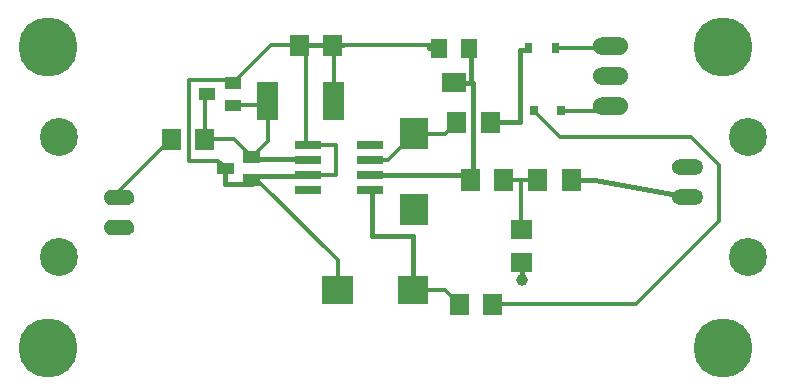
<source format=gbr>
G04 DipTrace 2.4.0.1*
%INTop.gbr*%
%MOIN*%
%ADD14C,0.01*%
%ADD15C,0.016*%
%ADD16C,0.013*%
%ADD22C,0.1969*%
%ADD24C,0.1266*%
%ADD25C,0.0396*%
%ADD27C,0.152*%
%FSLAX44Y44*%
G04*
G70*
G90*
G75*
G01*
%LNTop*%
%LPD*%
X14510Y11942D2*
D14*
X14347Y11962D1*
X11774Y11162D2*
X11757Y11122D1*
D15*
Y10632D1*
X12640D1*
Y10788D1*
X21657Y7460D2*
Y8023D1*
X21641D1*
X14239Y15267D2*
X15680D1*
D14*
X14440D1*
X14239D1*
X12640Y10632D2*
Y10788D1*
X14510Y10942D2*
D15*
X14277Y10912D1*
D14*
X14510Y10942D1*
X12640Y10788D2*
X12667Y10912D1*
D15*
X14277D1*
X12640Y10788D2*
D14*
Y10789D1*
X12667Y10842D1*
X18058Y9802D2*
X18070D1*
D15*
Y9759D1*
X14440Y15267D2*
D16*
Y12012D1*
X14510Y11942D1*
Y10942D2*
X14520Y10952D1*
X15464D1*
Y11942D1*
X14510D1*
X12011Y14011D2*
X13267Y15267D1*
X14239D1*
X11774Y11162D2*
X11531Y11405D1*
X10539D1*
Y14098D1*
X12011D1*
Y14011D1*
X12640Y10788D2*
X12805D1*
X15499Y8094D1*
Y7109D1*
X15326Y7086D2*
D15*
Y7109D1*
X15499D1*
X18019D2*
Y8924D1*
X16633D1*
Y10442D1*
D14*
X16570D1*
X18019Y7109D2*
D16*
X19082D1*
X19558Y6633D1*
X14510Y11442D2*
D14*
X14277Y11472D1*
X12640Y11536D2*
D15*
X12667Y11472D1*
D14*
X12640Y11536D1*
X14277Y11472D2*
D15*
X12667D1*
X12640Y11536D2*
D16*
X13169Y12065D1*
Y13401D1*
X13031Y13263D1*
X12011D1*
X11145Y13637D2*
X11072Y13564D1*
Y12129D1*
X12047D1*
X12640Y11536D1*
X18881Y15163D2*
D15*
X18538Y15182D1*
D14*
X18881Y15163D1*
D16*
X18777Y15267D1*
X15342D1*
X15373Y15235D1*
Y13401D1*
X22050Y13093D2*
X22923Y12220D1*
X27271D1*
X28228Y11263D1*
Y9416D1*
X25445Y6633D1*
X20678D1*
X16570Y10942D2*
D14*
X16551Y10982D1*
X19923Y10782D2*
X20027D1*
D15*
Y14021D1*
X19938D1*
Y15252D1*
X19885D1*
Y15163D1*
Y15252D2*
D14*
Y15163D1*
X19383Y14021D2*
D15*
X19938D1*
X19923Y10782D2*
Y10942D1*
D14*
Y10782D1*
X16570Y10942D2*
D15*
X19923D1*
X18058Y12322D2*
Y12312D1*
D14*
Y12322D1*
X16570Y11442D2*
D16*
X17178D1*
X18058Y12322D1*
X19086D1*
X19468Y12704D1*
X23299Y10782D2*
D15*
X24082D1*
X27176Y10208D1*
X20587Y12704D2*
X21584D1*
Y15112D1*
X21867D1*
Y15173D1*
Y15112D2*
D14*
Y15173D1*
X9952Y12129D2*
D16*
X8218Y10395D1*
Y10194D1*
X22773Y15173D2*
X24530D1*
X24602Y15245D1*
X22955Y13093D2*
X24450D1*
X24602Y13245D1*
X21043Y10782D2*
X21604D1*
X22179D1*
X21604D2*
Y9162D1*
X21641Y9125D1*
D25*
X18070Y9759D3*
X21657Y7460D3*
X15326Y7086D3*
D27*
X5857Y5169D3*
Y15212D3*
X28357D3*
G36*
X15027Y14913D2*
X15657D1*
Y15621D1*
X15027D1*
Y14913D1*
G37*
G36*
X13924D2*
X14554D1*
Y15621D1*
X13924D1*
Y14913D1*
G37*
G36*
X21995Y8810D2*
Y9440D1*
X21287D1*
Y8810D1*
X21995D1*
G37*
G36*
Y7708D2*
Y8338D1*
X21287D1*
Y7708D1*
X21995D1*
G37*
G36*
X17586Y12834D2*
Y11810D1*
X18531D1*
Y12834D1*
X17586D1*
G37*
G36*
Y10314D2*
Y9291D1*
X18531D1*
Y10314D1*
X17586D1*
G37*
G36*
X14987Y6637D2*
X16011D1*
Y7582D1*
X14987D1*
Y6637D1*
G37*
G36*
X17507D2*
X18531D1*
Y7582D1*
X17507D1*
Y6637D1*
G37*
G36*
X21991Y15336D2*
X21743D1*
Y15009D1*
X21991D1*
Y15336D1*
G37*
G36*
X22897D2*
X22649D1*
Y15009D1*
X22897D1*
Y15336D1*
G37*
G36*
X22831Y12930D2*
X23079D1*
Y13257D1*
X22831D1*
Y12930D1*
G37*
G36*
X21926D2*
X22174D1*
Y13257D1*
X21926D1*
Y12930D1*
G37*
D22*
X28354Y15212D3*
X5857D3*
Y5169D3*
X28357Y15220D3*
Y5169D3*
G36*
X11735Y13460D2*
Y13066D1*
X12287D1*
Y13460D1*
X11735D1*
G37*
G36*
Y14208D2*
Y13814D1*
X12287D1*
Y14208D1*
X11735D1*
G37*
G36*
X10869Y13834D2*
Y13440D1*
X11420D1*
Y13834D1*
X10869D1*
G37*
G36*
X12365Y10985D2*
Y10591D1*
X12916D1*
Y10985D1*
X12365D1*
G37*
G36*
Y11733D2*
Y11339D1*
X12916D1*
Y11733D1*
X12365D1*
G37*
G36*
X11498Y11359D2*
Y10965D1*
X12050D1*
Y11359D1*
X11498D1*
G37*
G36*
X13523Y14031D2*
X12814D1*
Y12771D1*
X13523D1*
Y14031D1*
G37*
G36*
X15728D2*
X15019D1*
Y12771D1*
X15728D1*
Y14031D1*
G37*
G36*
X10267Y12484D2*
X9637D1*
Y11774D1*
X10267D1*
Y12484D1*
G37*
G36*
X11387D2*
X10757D1*
Y11774D1*
X11387D1*
Y12484D1*
G37*
G36*
X20238Y11137D2*
X19608D1*
Y10427D1*
X20238D1*
Y11137D1*
G37*
G36*
X21358D2*
X20728D1*
Y10427D1*
X21358D1*
Y11137D1*
G37*
G36*
X22494D2*
X21864D1*
Y10427D1*
X22494D1*
Y11137D1*
G37*
G36*
X23614D2*
X22984D1*
Y10427D1*
X23614D1*
Y11137D1*
G37*
G36*
X19783Y13059D2*
X19153D1*
Y12349D1*
X19783D1*
Y13059D1*
G37*
G36*
X20902D2*
X20272D1*
Y12349D1*
X20902D1*
Y13059D1*
G37*
G36*
X19873Y6988D2*
X19243D1*
Y6278D1*
X19873D1*
Y6988D1*
G37*
G36*
X20993D2*
X20363D1*
Y6278D1*
X20993D1*
Y6988D1*
G37*
G36*
X19629Y14848D2*
X20141D1*
Y15478D1*
X19629D1*
Y14848D1*
G37*
G36*
X18989Y13706D2*
X19777D1*
Y14336D1*
X18989D1*
Y13706D1*
G37*
G36*
X18625Y14848D2*
X19137D1*
Y15478D1*
X18625D1*
Y14848D1*
G37*
D24*
X6218Y8194D3*
Y12194D3*
G36*
X7961Y8936D2*
X7873Y8952D1*
X7795Y8996D1*
X7738Y9065D1*
X7707Y9149D1*
Y9238D1*
X7737Y9322D1*
X7795Y9391D1*
X7872Y9436D1*
X7960Y9451D1*
X8475D1*
X8563Y9436D1*
X8641Y9391D1*
X8698Y9323D1*
X8729Y9239D1*
Y9149D1*
X8699Y9065D1*
X8641Y8997D1*
X8564Y8952D1*
X8476Y8936D1*
X7961D1*
G37*
G36*
Y9936D2*
X7873Y9952D1*
X7795Y9996D1*
X7738Y10065D1*
X7707Y10149D1*
Y10238D1*
X7737Y10322D1*
X7795Y10391D1*
X7872Y10436D1*
X7960Y10451D1*
X8475D1*
X8563Y10436D1*
X8641Y10391D1*
X8698Y10323D1*
X8729Y10239D1*
Y10149D1*
X8699Y10065D1*
X8641Y9997D1*
X8564Y9952D1*
X8476Y9936D1*
X7961D1*
G37*
G36*
X14945Y11822D2*
Y12062D1*
X14075D1*
Y11822D1*
X14945D1*
G37*
G36*
Y11322D2*
Y11562D1*
X14075D1*
Y11322D1*
X14945D1*
G37*
G36*
Y10822D2*
Y11062D1*
X14075D1*
Y10822D1*
X14945D1*
G37*
G36*
Y10322D2*
Y10562D1*
X14075D1*
Y10322D1*
X14945D1*
G37*
G36*
X17005D2*
Y10562D1*
X16135D1*
Y10322D1*
X17005D1*
G37*
G36*
Y10822D2*
Y11062D1*
X16135D1*
Y10822D1*
X17005D1*
G37*
G36*
Y11322D2*
Y11562D1*
X16135D1*
Y11322D1*
X17005D1*
G37*
G36*
Y11822D2*
Y12062D1*
X16135D1*
Y11822D1*
X17005D1*
G37*
D24*
X29176Y12208D3*
Y8208D3*
G36*
X27434Y11465D2*
X27522Y11450D1*
X27599Y11405D1*
X27657Y11337D1*
X27687Y11253D1*
Y11163D1*
X27657Y11079D1*
X27600Y11011D1*
X27522Y10966D1*
X27434Y10950D1*
X26919D1*
X26831Y10966D1*
X26754Y11010D1*
X26696Y11079D1*
X26665Y11163D1*
Y11252D1*
X26696Y11336D1*
X26753Y11405D1*
X26831Y11450D1*
X26919Y11465D1*
X27434D1*
G37*
G36*
Y10465D2*
X27522Y10450D1*
X27599Y10405D1*
X27657Y10337D1*
X27687Y10253D1*
Y10163D1*
X27657Y10079D1*
X27600Y10011D1*
X27522Y9966D1*
X27434Y9950D1*
X26919D1*
X26831Y9966D1*
X26754Y10010D1*
X26696Y10079D1*
X26665Y10163D1*
Y10252D1*
X26696Y10336D1*
X26753Y10405D1*
X26831Y10450D1*
X26919Y10465D1*
X27434D1*
G37*
G36*
X24898Y15541D2*
X25000Y15524D1*
X25089Y15472D1*
X25156Y15393D1*
X25191Y15296D1*
Y15193D1*
X25156Y15096D1*
X25090Y15017D1*
X25000Y14966D1*
X24899Y14948D1*
X24305D1*
X24204Y14966D1*
X24114Y15017D1*
X24048Y15096D1*
X24013Y15193D1*
Y15296D1*
X24048Y15393D1*
X24114Y15472D1*
X24203Y15523D1*
X24305Y15541D1*
X24898D1*
G37*
G36*
Y14541D2*
X25000Y14524D1*
X25089Y14472D1*
X25156Y14393D1*
X25191Y14296D1*
Y14193D1*
X25156Y14096D1*
X25090Y14017D1*
X25000Y13966D1*
X24899Y13948D1*
X24305D1*
X24204Y13966D1*
X24114Y14017D1*
X24048Y14096D1*
X24013Y14193D1*
Y14296D1*
X24048Y14393D1*
X24114Y14472D1*
X24203Y14523D1*
X24305Y14541D1*
X24898D1*
G37*
G36*
Y13541D2*
X25000Y13524D1*
X25089Y13472D1*
X25156Y13393D1*
X25191Y13296D1*
Y13193D1*
X25156Y13096D1*
X25090Y13017D1*
X25000Y12966D1*
X24899Y12948D1*
X24305D1*
X24204Y12966D1*
X24114Y13017D1*
X24048Y13096D1*
X24013Y13193D1*
Y13296D1*
X24048Y13393D1*
X24114Y13472D1*
X24203Y13523D1*
X24305Y13541D1*
X24898D1*
G37*
M02*

</source>
